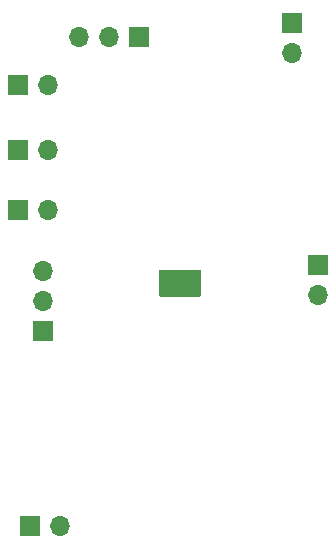
<source format=gbr>
%TF.GenerationSoftware,KiCad,Pcbnew,7.0.1-3b83917a11~172~ubuntu22.04.1*%
%TF.CreationDate,2023-04-19T02:42:25+01:00*%
%TF.ProjectId,mxr_microamp,6d78725f-6d69-4637-926f-616d702e6b69,rev?*%
%TF.SameCoordinates,Original*%
%TF.FileFunction,Soldermask,Bot*%
%TF.FilePolarity,Negative*%
%FSLAX46Y46*%
G04 Gerber Fmt 4.6, Leading zero omitted, Abs format (unit mm)*
G04 Created by KiCad (PCBNEW 7.0.1-3b83917a11~172~ubuntu22.04.1) date 2023-04-19 02:42:25*
%MOMM*%
%LPD*%
G01*
G04 APERTURE LIST*
%ADD10O,1.700000X1.700000*%
%ADD11R,1.700000X1.700000*%
G04 APERTURE END LIST*
D10*
%TO.C,J7*%
X132080000Y-82677000D03*
D11*
X129540000Y-82677000D03*
%TD*%
D10*
%TO.C,J6*%
X131673600Y-87909400D03*
X131673600Y-90449400D03*
D11*
X131673600Y-92989400D03*
%TD*%
%TO.C,J2*%
X152755600Y-66873200D03*
D10*
X152755600Y-69413200D03*
%TD*%
D11*
%TO.C,RV1*%
X139805500Y-68072000D03*
D10*
X137265500Y-68072000D03*
X134725500Y-68072000D03*
%TD*%
D11*
%TO.C,J5*%
X154940000Y-87371000D03*
D10*
X154940000Y-89911000D03*
%TD*%
D11*
%TO.C,J1*%
X129540000Y-72136000D03*
D10*
X132080000Y-72136000D03*
%TD*%
D11*
%TO.C,J3*%
X130551000Y-109448600D03*
D10*
X133091000Y-109448600D03*
%TD*%
%TO.C,J4*%
X132075000Y-77647800D03*
D11*
X129535000Y-77647800D03*
%TD*%
G36*
X144972000Y-87773613D02*
G01*
X145017387Y-87819000D01*
X145034000Y-87881000D01*
X145034000Y-89919000D01*
X145017387Y-89981000D01*
X144972000Y-90026387D01*
X144910000Y-90043000D01*
X141602000Y-90043000D01*
X141540000Y-90026387D01*
X141494613Y-89981000D01*
X141478000Y-89919000D01*
X141478000Y-87881000D01*
X141494613Y-87819000D01*
X141540000Y-87773613D01*
X141602000Y-87757000D01*
X144910000Y-87757000D01*
X144972000Y-87773613D01*
G37*
M02*

</source>
